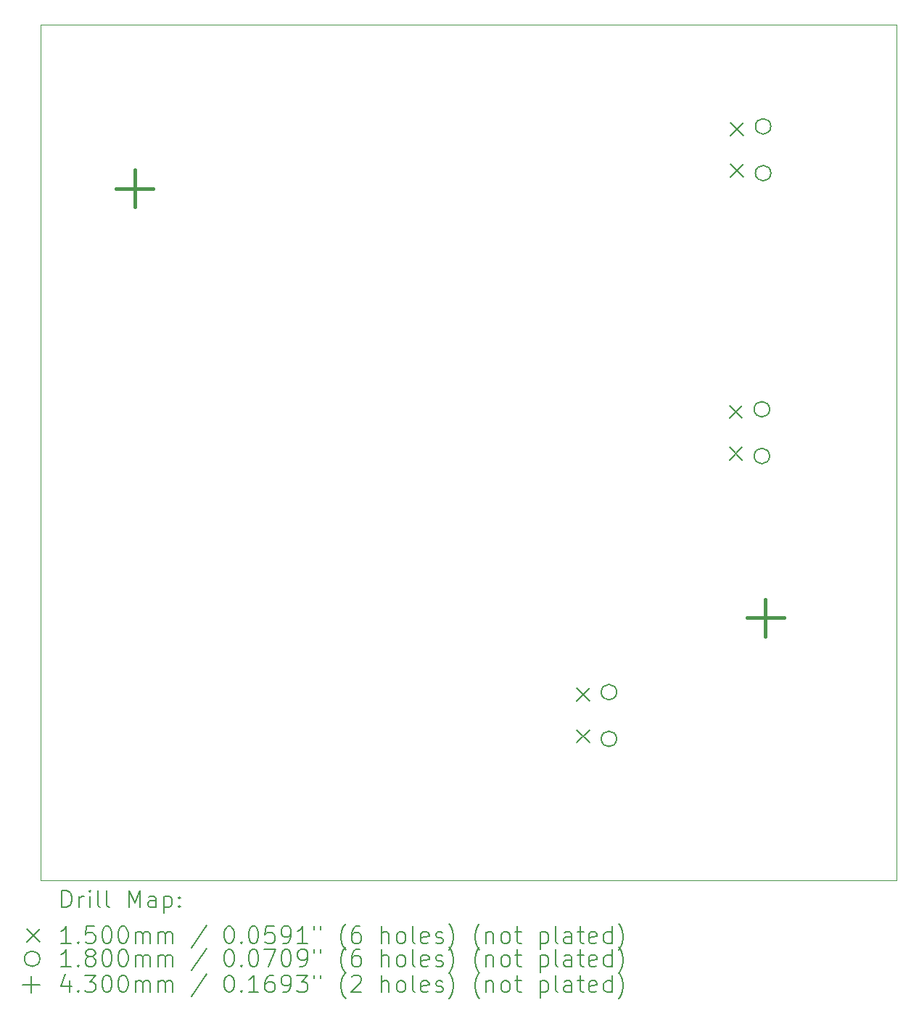
<source format=gbr>
%TF.GenerationSoftware,KiCad,Pcbnew,6.0.11-2627ca5db0~126~ubuntu22.04.1*%
%TF.CreationDate,2023-06-25T15:32:36+01:00*%
%TF.ProjectId,srom,73726f6d-2e6b-4696-9361-645f70636258,v1.3 to v1.4*%
%TF.SameCoordinates,Original*%
%TF.FileFunction,Drillmap*%
%TF.FilePolarity,Positive*%
%FSLAX45Y45*%
G04 Gerber Fmt 4.5, Leading zero omitted, Abs format (unit mm)*
G04 Created by KiCad (PCBNEW 6.0.11-2627ca5db0~126~ubuntu22.04.1) date 2023-06-25 15:32:36*
%MOMM*%
%LPD*%
G01*
G04 APERTURE LIST*
%ADD10C,0.100000*%
%ADD11C,0.200000*%
%ADD12C,0.150000*%
%ADD13C,0.180000*%
%ADD14C,0.430000*%
G04 APERTURE END LIST*
D10*
X4542000Y-7022000D02*
X14538000Y-7022000D01*
X14538000Y-7022000D02*
X14538000Y-17007000D01*
X14538000Y-17007000D02*
X4542000Y-17007000D01*
X4542000Y-17007000D02*
X4542000Y-7022000D01*
D11*
D12*
X10801500Y-14766500D02*
X10951500Y-14916500D01*
X10951500Y-14766500D02*
X10801500Y-14916500D01*
X10801500Y-15251500D02*
X10951500Y-15401500D01*
X10951500Y-15251500D02*
X10801500Y-15401500D01*
X12587000Y-11466500D02*
X12737000Y-11616500D01*
X12737000Y-11466500D02*
X12587000Y-11616500D01*
X12587000Y-11951500D02*
X12737000Y-12101500D01*
X12737000Y-11951500D02*
X12587000Y-12101500D01*
X12601500Y-8166500D02*
X12751500Y-8316500D01*
X12751500Y-8166500D02*
X12601500Y-8316500D01*
X12601500Y-8651500D02*
X12751500Y-8801500D01*
X12751500Y-8651500D02*
X12601500Y-8801500D01*
D13*
X11269500Y-14811500D02*
G75*
G03*
X11269500Y-14811500I-90000J0D01*
G01*
X11269500Y-15356500D02*
G75*
G03*
X11269500Y-15356500I-90000J0D01*
G01*
X13055000Y-11511500D02*
G75*
G03*
X13055000Y-11511500I-90000J0D01*
G01*
X13055000Y-12056500D02*
G75*
G03*
X13055000Y-12056500I-90000J0D01*
G01*
X13069500Y-8211500D02*
G75*
G03*
X13069500Y-8211500I-90000J0D01*
G01*
X13069500Y-8756500D02*
G75*
G03*
X13069500Y-8756500I-90000J0D01*
G01*
D14*
X5645000Y-8719000D02*
X5645000Y-9149000D01*
X5430000Y-8934000D02*
X5860000Y-8934000D01*
X13005000Y-13729000D02*
X13005000Y-14159000D01*
X12790000Y-13944000D02*
X13220000Y-13944000D01*
D11*
X4794619Y-17322476D02*
X4794619Y-17122476D01*
X4842238Y-17122476D01*
X4870810Y-17132000D01*
X4889857Y-17151048D01*
X4899381Y-17170095D01*
X4908905Y-17208190D01*
X4908905Y-17236762D01*
X4899381Y-17274857D01*
X4889857Y-17293905D01*
X4870810Y-17312952D01*
X4842238Y-17322476D01*
X4794619Y-17322476D01*
X4994619Y-17322476D02*
X4994619Y-17189143D01*
X4994619Y-17227238D02*
X5004143Y-17208190D01*
X5013667Y-17198667D01*
X5032714Y-17189143D01*
X5051762Y-17189143D01*
X5118429Y-17322476D02*
X5118429Y-17189143D01*
X5118429Y-17122476D02*
X5108905Y-17132000D01*
X5118429Y-17141524D01*
X5127952Y-17132000D01*
X5118429Y-17122476D01*
X5118429Y-17141524D01*
X5242238Y-17322476D02*
X5223190Y-17312952D01*
X5213667Y-17293905D01*
X5213667Y-17122476D01*
X5347000Y-17322476D02*
X5327952Y-17312952D01*
X5318429Y-17293905D01*
X5318429Y-17122476D01*
X5575571Y-17322476D02*
X5575571Y-17122476D01*
X5642238Y-17265333D01*
X5708905Y-17122476D01*
X5708905Y-17322476D01*
X5889857Y-17322476D02*
X5889857Y-17217714D01*
X5880333Y-17198667D01*
X5861286Y-17189143D01*
X5823190Y-17189143D01*
X5804143Y-17198667D01*
X5889857Y-17312952D02*
X5870809Y-17322476D01*
X5823190Y-17322476D01*
X5804143Y-17312952D01*
X5794619Y-17293905D01*
X5794619Y-17274857D01*
X5804143Y-17255810D01*
X5823190Y-17246286D01*
X5870809Y-17246286D01*
X5889857Y-17236762D01*
X5985095Y-17189143D02*
X5985095Y-17389143D01*
X5985095Y-17198667D02*
X6004143Y-17189143D01*
X6042238Y-17189143D01*
X6061286Y-17198667D01*
X6070809Y-17208190D01*
X6080333Y-17227238D01*
X6080333Y-17284381D01*
X6070809Y-17303429D01*
X6061286Y-17312952D01*
X6042238Y-17322476D01*
X6004143Y-17322476D01*
X5985095Y-17312952D01*
X6166048Y-17303429D02*
X6175571Y-17312952D01*
X6166048Y-17322476D01*
X6156524Y-17312952D01*
X6166048Y-17303429D01*
X6166048Y-17322476D01*
X6166048Y-17198667D02*
X6175571Y-17208190D01*
X6166048Y-17217714D01*
X6156524Y-17208190D01*
X6166048Y-17198667D01*
X6166048Y-17217714D01*
D12*
X4387000Y-17577000D02*
X4537000Y-17727000D01*
X4537000Y-17577000D02*
X4387000Y-17727000D01*
D11*
X4899381Y-17742476D02*
X4785095Y-17742476D01*
X4842238Y-17742476D02*
X4842238Y-17542476D01*
X4823190Y-17571048D01*
X4804143Y-17590095D01*
X4785095Y-17599619D01*
X4985095Y-17723429D02*
X4994619Y-17732952D01*
X4985095Y-17742476D01*
X4975571Y-17732952D01*
X4985095Y-17723429D01*
X4985095Y-17742476D01*
X5175571Y-17542476D02*
X5080333Y-17542476D01*
X5070810Y-17637714D01*
X5080333Y-17628190D01*
X5099381Y-17618667D01*
X5147000Y-17618667D01*
X5166048Y-17628190D01*
X5175571Y-17637714D01*
X5185095Y-17656762D01*
X5185095Y-17704381D01*
X5175571Y-17723429D01*
X5166048Y-17732952D01*
X5147000Y-17742476D01*
X5099381Y-17742476D01*
X5080333Y-17732952D01*
X5070810Y-17723429D01*
X5308905Y-17542476D02*
X5327952Y-17542476D01*
X5347000Y-17552000D01*
X5356524Y-17561524D01*
X5366048Y-17580571D01*
X5375571Y-17618667D01*
X5375571Y-17666286D01*
X5366048Y-17704381D01*
X5356524Y-17723429D01*
X5347000Y-17732952D01*
X5327952Y-17742476D01*
X5308905Y-17742476D01*
X5289857Y-17732952D01*
X5280333Y-17723429D01*
X5270810Y-17704381D01*
X5261286Y-17666286D01*
X5261286Y-17618667D01*
X5270810Y-17580571D01*
X5280333Y-17561524D01*
X5289857Y-17552000D01*
X5308905Y-17542476D01*
X5499381Y-17542476D02*
X5518429Y-17542476D01*
X5537476Y-17552000D01*
X5547000Y-17561524D01*
X5556524Y-17580571D01*
X5566048Y-17618667D01*
X5566048Y-17666286D01*
X5556524Y-17704381D01*
X5547000Y-17723429D01*
X5537476Y-17732952D01*
X5518429Y-17742476D01*
X5499381Y-17742476D01*
X5480333Y-17732952D01*
X5470810Y-17723429D01*
X5461286Y-17704381D01*
X5451762Y-17666286D01*
X5451762Y-17618667D01*
X5461286Y-17580571D01*
X5470810Y-17561524D01*
X5480333Y-17552000D01*
X5499381Y-17542476D01*
X5651762Y-17742476D02*
X5651762Y-17609143D01*
X5651762Y-17628190D02*
X5661286Y-17618667D01*
X5680333Y-17609143D01*
X5708905Y-17609143D01*
X5727952Y-17618667D01*
X5737476Y-17637714D01*
X5737476Y-17742476D01*
X5737476Y-17637714D02*
X5747000Y-17618667D01*
X5766048Y-17609143D01*
X5794619Y-17609143D01*
X5813667Y-17618667D01*
X5823190Y-17637714D01*
X5823190Y-17742476D01*
X5918428Y-17742476D02*
X5918428Y-17609143D01*
X5918428Y-17628190D02*
X5927952Y-17618667D01*
X5947000Y-17609143D01*
X5975571Y-17609143D01*
X5994619Y-17618667D01*
X6004143Y-17637714D01*
X6004143Y-17742476D01*
X6004143Y-17637714D02*
X6013667Y-17618667D01*
X6032714Y-17609143D01*
X6061286Y-17609143D01*
X6080333Y-17618667D01*
X6089857Y-17637714D01*
X6089857Y-17742476D01*
X6480333Y-17532952D02*
X6308905Y-17790095D01*
X6737476Y-17542476D02*
X6756524Y-17542476D01*
X6775571Y-17552000D01*
X6785095Y-17561524D01*
X6794619Y-17580571D01*
X6804143Y-17618667D01*
X6804143Y-17666286D01*
X6794619Y-17704381D01*
X6785095Y-17723429D01*
X6775571Y-17732952D01*
X6756524Y-17742476D01*
X6737476Y-17742476D01*
X6718428Y-17732952D01*
X6708905Y-17723429D01*
X6699381Y-17704381D01*
X6689857Y-17666286D01*
X6689857Y-17618667D01*
X6699381Y-17580571D01*
X6708905Y-17561524D01*
X6718428Y-17552000D01*
X6737476Y-17542476D01*
X6889857Y-17723429D02*
X6899381Y-17732952D01*
X6889857Y-17742476D01*
X6880333Y-17732952D01*
X6889857Y-17723429D01*
X6889857Y-17742476D01*
X7023190Y-17542476D02*
X7042238Y-17542476D01*
X7061286Y-17552000D01*
X7070809Y-17561524D01*
X7080333Y-17580571D01*
X7089857Y-17618667D01*
X7089857Y-17666286D01*
X7080333Y-17704381D01*
X7070809Y-17723429D01*
X7061286Y-17732952D01*
X7042238Y-17742476D01*
X7023190Y-17742476D01*
X7004143Y-17732952D01*
X6994619Y-17723429D01*
X6985095Y-17704381D01*
X6975571Y-17666286D01*
X6975571Y-17618667D01*
X6985095Y-17580571D01*
X6994619Y-17561524D01*
X7004143Y-17552000D01*
X7023190Y-17542476D01*
X7270809Y-17542476D02*
X7175571Y-17542476D01*
X7166048Y-17637714D01*
X7175571Y-17628190D01*
X7194619Y-17618667D01*
X7242238Y-17618667D01*
X7261286Y-17628190D01*
X7270809Y-17637714D01*
X7280333Y-17656762D01*
X7280333Y-17704381D01*
X7270809Y-17723429D01*
X7261286Y-17732952D01*
X7242238Y-17742476D01*
X7194619Y-17742476D01*
X7175571Y-17732952D01*
X7166048Y-17723429D01*
X7375571Y-17742476D02*
X7413667Y-17742476D01*
X7432714Y-17732952D01*
X7442238Y-17723429D01*
X7461286Y-17694857D01*
X7470809Y-17656762D01*
X7470809Y-17580571D01*
X7461286Y-17561524D01*
X7451762Y-17552000D01*
X7432714Y-17542476D01*
X7394619Y-17542476D01*
X7375571Y-17552000D01*
X7366048Y-17561524D01*
X7356524Y-17580571D01*
X7356524Y-17628190D01*
X7366048Y-17647238D01*
X7375571Y-17656762D01*
X7394619Y-17666286D01*
X7432714Y-17666286D01*
X7451762Y-17656762D01*
X7461286Y-17647238D01*
X7470809Y-17628190D01*
X7661286Y-17742476D02*
X7547000Y-17742476D01*
X7604143Y-17742476D02*
X7604143Y-17542476D01*
X7585095Y-17571048D01*
X7566048Y-17590095D01*
X7547000Y-17599619D01*
X7737476Y-17542476D02*
X7737476Y-17580571D01*
X7813667Y-17542476D02*
X7813667Y-17580571D01*
X8108905Y-17818667D02*
X8099381Y-17809143D01*
X8080333Y-17780571D01*
X8070809Y-17761524D01*
X8061286Y-17732952D01*
X8051762Y-17685333D01*
X8051762Y-17647238D01*
X8061286Y-17599619D01*
X8070809Y-17571048D01*
X8080333Y-17552000D01*
X8099381Y-17523429D01*
X8108905Y-17513905D01*
X8270809Y-17542476D02*
X8232714Y-17542476D01*
X8213667Y-17552000D01*
X8204143Y-17561524D01*
X8185095Y-17590095D01*
X8175571Y-17628190D01*
X8175571Y-17704381D01*
X8185095Y-17723429D01*
X8194619Y-17732952D01*
X8213667Y-17742476D01*
X8251762Y-17742476D01*
X8270809Y-17732952D01*
X8280333Y-17723429D01*
X8289857Y-17704381D01*
X8289857Y-17656762D01*
X8280333Y-17637714D01*
X8270809Y-17628190D01*
X8251762Y-17618667D01*
X8213667Y-17618667D01*
X8194619Y-17628190D01*
X8185095Y-17637714D01*
X8175571Y-17656762D01*
X8527952Y-17742476D02*
X8527952Y-17542476D01*
X8613667Y-17742476D02*
X8613667Y-17637714D01*
X8604143Y-17618667D01*
X8585095Y-17609143D01*
X8556524Y-17609143D01*
X8537476Y-17618667D01*
X8527952Y-17628190D01*
X8737476Y-17742476D02*
X8718429Y-17732952D01*
X8708905Y-17723429D01*
X8699381Y-17704381D01*
X8699381Y-17647238D01*
X8708905Y-17628190D01*
X8718429Y-17618667D01*
X8737476Y-17609143D01*
X8766048Y-17609143D01*
X8785095Y-17618667D01*
X8794619Y-17628190D01*
X8804143Y-17647238D01*
X8804143Y-17704381D01*
X8794619Y-17723429D01*
X8785095Y-17732952D01*
X8766048Y-17742476D01*
X8737476Y-17742476D01*
X8918429Y-17742476D02*
X8899381Y-17732952D01*
X8889857Y-17713905D01*
X8889857Y-17542476D01*
X9070810Y-17732952D02*
X9051762Y-17742476D01*
X9013667Y-17742476D01*
X8994619Y-17732952D01*
X8985095Y-17713905D01*
X8985095Y-17637714D01*
X8994619Y-17618667D01*
X9013667Y-17609143D01*
X9051762Y-17609143D01*
X9070810Y-17618667D01*
X9080333Y-17637714D01*
X9080333Y-17656762D01*
X8985095Y-17675810D01*
X9156524Y-17732952D02*
X9175571Y-17742476D01*
X9213667Y-17742476D01*
X9232714Y-17732952D01*
X9242238Y-17713905D01*
X9242238Y-17704381D01*
X9232714Y-17685333D01*
X9213667Y-17675810D01*
X9185095Y-17675810D01*
X9166048Y-17666286D01*
X9156524Y-17647238D01*
X9156524Y-17637714D01*
X9166048Y-17618667D01*
X9185095Y-17609143D01*
X9213667Y-17609143D01*
X9232714Y-17618667D01*
X9308905Y-17818667D02*
X9318429Y-17809143D01*
X9337476Y-17780571D01*
X9347000Y-17761524D01*
X9356524Y-17732952D01*
X9366048Y-17685333D01*
X9366048Y-17647238D01*
X9356524Y-17599619D01*
X9347000Y-17571048D01*
X9337476Y-17552000D01*
X9318429Y-17523429D01*
X9308905Y-17513905D01*
X9670810Y-17818667D02*
X9661286Y-17809143D01*
X9642238Y-17780571D01*
X9632714Y-17761524D01*
X9623190Y-17732952D01*
X9613667Y-17685333D01*
X9613667Y-17647238D01*
X9623190Y-17599619D01*
X9632714Y-17571048D01*
X9642238Y-17552000D01*
X9661286Y-17523429D01*
X9670810Y-17513905D01*
X9747000Y-17609143D02*
X9747000Y-17742476D01*
X9747000Y-17628190D02*
X9756524Y-17618667D01*
X9775571Y-17609143D01*
X9804143Y-17609143D01*
X9823190Y-17618667D01*
X9832714Y-17637714D01*
X9832714Y-17742476D01*
X9956524Y-17742476D02*
X9937476Y-17732952D01*
X9927952Y-17723429D01*
X9918429Y-17704381D01*
X9918429Y-17647238D01*
X9927952Y-17628190D01*
X9937476Y-17618667D01*
X9956524Y-17609143D01*
X9985095Y-17609143D01*
X10004143Y-17618667D01*
X10013667Y-17628190D01*
X10023190Y-17647238D01*
X10023190Y-17704381D01*
X10013667Y-17723429D01*
X10004143Y-17732952D01*
X9985095Y-17742476D01*
X9956524Y-17742476D01*
X10080333Y-17609143D02*
X10156524Y-17609143D01*
X10108905Y-17542476D02*
X10108905Y-17713905D01*
X10118429Y-17732952D01*
X10137476Y-17742476D01*
X10156524Y-17742476D01*
X10375571Y-17609143D02*
X10375571Y-17809143D01*
X10375571Y-17618667D02*
X10394619Y-17609143D01*
X10432714Y-17609143D01*
X10451762Y-17618667D01*
X10461286Y-17628190D01*
X10470810Y-17647238D01*
X10470810Y-17704381D01*
X10461286Y-17723429D01*
X10451762Y-17732952D01*
X10432714Y-17742476D01*
X10394619Y-17742476D01*
X10375571Y-17732952D01*
X10585095Y-17742476D02*
X10566048Y-17732952D01*
X10556524Y-17713905D01*
X10556524Y-17542476D01*
X10747000Y-17742476D02*
X10747000Y-17637714D01*
X10737476Y-17618667D01*
X10718429Y-17609143D01*
X10680333Y-17609143D01*
X10661286Y-17618667D01*
X10747000Y-17732952D02*
X10727952Y-17742476D01*
X10680333Y-17742476D01*
X10661286Y-17732952D01*
X10651762Y-17713905D01*
X10651762Y-17694857D01*
X10661286Y-17675810D01*
X10680333Y-17666286D01*
X10727952Y-17666286D01*
X10747000Y-17656762D01*
X10813667Y-17609143D02*
X10889857Y-17609143D01*
X10842238Y-17542476D02*
X10842238Y-17713905D01*
X10851762Y-17732952D01*
X10870810Y-17742476D01*
X10889857Y-17742476D01*
X11032714Y-17732952D02*
X11013667Y-17742476D01*
X10975571Y-17742476D01*
X10956524Y-17732952D01*
X10947000Y-17713905D01*
X10947000Y-17637714D01*
X10956524Y-17618667D01*
X10975571Y-17609143D01*
X11013667Y-17609143D01*
X11032714Y-17618667D01*
X11042238Y-17637714D01*
X11042238Y-17656762D01*
X10947000Y-17675810D01*
X11213667Y-17742476D02*
X11213667Y-17542476D01*
X11213667Y-17732952D02*
X11194619Y-17742476D01*
X11156524Y-17742476D01*
X11137476Y-17732952D01*
X11127952Y-17723429D01*
X11118429Y-17704381D01*
X11118429Y-17647238D01*
X11127952Y-17628190D01*
X11137476Y-17618667D01*
X11156524Y-17609143D01*
X11194619Y-17609143D01*
X11213667Y-17618667D01*
X11289857Y-17818667D02*
X11299381Y-17809143D01*
X11318428Y-17780571D01*
X11327952Y-17761524D01*
X11337476Y-17732952D01*
X11347000Y-17685333D01*
X11347000Y-17647238D01*
X11337476Y-17599619D01*
X11327952Y-17571048D01*
X11318428Y-17552000D01*
X11299381Y-17523429D01*
X11289857Y-17513905D01*
D13*
X4537000Y-17922000D02*
G75*
G03*
X4537000Y-17922000I-90000J0D01*
G01*
D11*
X4899381Y-18012476D02*
X4785095Y-18012476D01*
X4842238Y-18012476D02*
X4842238Y-17812476D01*
X4823190Y-17841048D01*
X4804143Y-17860095D01*
X4785095Y-17869619D01*
X4985095Y-17993429D02*
X4994619Y-18002952D01*
X4985095Y-18012476D01*
X4975571Y-18002952D01*
X4985095Y-17993429D01*
X4985095Y-18012476D01*
X5108905Y-17898190D02*
X5089857Y-17888667D01*
X5080333Y-17879143D01*
X5070810Y-17860095D01*
X5070810Y-17850571D01*
X5080333Y-17831524D01*
X5089857Y-17822000D01*
X5108905Y-17812476D01*
X5147000Y-17812476D01*
X5166048Y-17822000D01*
X5175571Y-17831524D01*
X5185095Y-17850571D01*
X5185095Y-17860095D01*
X5175571Y-17879143D01*
X5166048Y-17888667D01*
X5147000Y-17898190D01*
X5108905Y-17898190D01*
X5089857Y-17907714D01*
X5080333Y-17917238D01*
X5070810Y-17936286D01*
X5070810Y-17974381D01*
X5080333Y-17993429D01*
X5089857Y-18002952D01*
X5108905Y-18012476D01*
X5147000Y-18012476D01*
X5166048Y-18002952D01*
X5175571Y-17993429D01*
X5185095Y-17974381D01*
X5185095Y-17936286D01*
X5175571Y-17917238D01*
X5166048Y-17907714D01*
X5147000Y-17898190D01*
X5308905Y-17812476D02*
X5327952Y-17812476D01*
X5347000Y-17822000D01*
X5356524Y-17831524D01*
X5366048Y-17850571D01*
X5375571Y-17888667D01*
X5375571Y-17936286D01*
X5366048Y-17974381D01*
X5356524Y-17993429D01*
X5347000Y-18002952D01*
X5327952Y-18012476D01*
X5308905Y-18012476D01*
X5289857Y-18002952D01*
X5280333Y-17993429D01*
X5270810Y-17974381D01*
X5261286Y-17936286D01*
X5261286Y-17888667D01*
X5270810Y-17850571D01*
X5280333Y-17831524D01*
X5289857Y-17822000D01*
X5308905Y-17812476D01*
X5499381Y-17812476D02*
X5518429Y-17812476D01*
X5537476Y-17822000D01*
X5547000Y-17831524D01*
X5556524Y-17850571D01*
X5566048Y-17888667D01*
X5566048Y-17936286D01*
X5556524Y-17974381D01*
X5547000Y-17993429D01*
X5537476Y-18002952D01*
X5518429Y-18012476D01*
X5499381Y-18012476D01*
X5480333Y-18002952D01*
X5470810Y-17993429D01*
X5461286Y-17974381D01*
X5451762Y-17936286D01*
X5451762Y-17888667D01*
X5461286Y-17850571D01*
X5470810Y-17831524D01*
X5480333Y-17822000D01*
X5499381Y-17812476D01*
X5651762Y-18012476D02*
X5651762Y-17879143D01*
X5651762Y-17898190D02*
X5661286Y-17888667D01*
X5680333Y-17879143D01*
X5708905Y-17879143D01*
X5727952Y-17888667D01*
X5737476Y-17907714D01*
X5737476Y-18012476D01*
X5737476Y-17907714D02*
X5747000Y-17888667D01*
X5766048Y-17879143D01*
X5794619Y-17879143D01*
X5813667Y-17888667D01*
X5823190Y-17907714D01*
X5823190Y-18012476D01*
X5918428Y-18012476D02*
X5918428Y-17879143D01*
X5918428Y-17898190D02*
X5927952Y-17888667D01*
X5947000Y-17879143D01*
X5975571Y-17879143D01*
X5994619Y-17888667D01*
X6004143Y-17907714D01*
X6004143Y-18012476D01*
X6004143Y-17907714D02*
X6013667Y-17888667D01*
X6032714Y-17879143D01*
X6061286Y-17879143D01*
X6080333Y-17888667D01*
X6089857Y-17907714D01*
X6089857Y-18012476D01*
X6480333Y-17802952D02*
X6308905Y-18060095D01*
X6737476Y-17812476D02*
X6756524Y-17812476D01*
X6775571Y-17822000D01*
X6785095Y-17831524D01*
X6794619Y-17850571D01*
X6804143Y-17888667D01*
X6804143Y-17936286D01*
X6794619Y-17974381D01*
X6785095Y-17993429D01*
X6775571Y-18002952D01*
X6756524Y-18012476D01*
X6737476Y-18012476D01*
X6718428Y-18002952D01*
X6708905Y-17993429D01*
X6699381Y-17974381D01*
X6689857Y-17936286D01*
X6689857Y-17888667D01*
X6699381Y-17850571D01*
X6708905Y-17831524D01*
X6718428Y-17822000D01*
X6737476Y-17812476D01*
X6889857Y-17993429D02*
X6899381Y-18002952D01*
X6889857Y-18012476D01*
X6880333Y-18002952D01*
X6889857Y-17993429D01*
X6889857Y-18012476D01*
X7023190Y-17812476D02*
X7042238Y-17812476D01*
X7061286Y-17822000D01*
X7070809Y-17831524D01*
X7080333Y-17850571D01*
X7089857Y-17888667D01*
X7089857Y-17936286D01*
X7080333Y-17974381D01*
X7070809Y-17993429D01*
X7061286Y-18002952D01*
X7042238Y-18012476D01*
X7023190Y-18012476D01*
X7004143Y-18002952D01*
X6994619Y-17993429D01*
X6985095Y-17974381D01*
X6975571Y-17936286D01*
X6975571Y-17888667D01*
X6985095Y-17850571D01*
X6994619Y-17831524D01*
X7004143Y-17822000D01*
X7023190Y-17812476D01*
X7156524Y-17812476D02*
X7289857Y-17812476D01*
X7204143Y-18012476D01*
X7404143Y-17812476D02*
X7423190Y-17812476D01*
X7442238Y-17822000D01*
X7451762Y-17831524D01*
X7461286Y-17850571D01*
X7470809Y-17888667D01*
X7470809Y-17936286D01*
X7461286Y-17974381D01*
X7451762Y-17993429D01*
X7442238Y-18002952D01*
X7423190Y-18012476D01*
X7404143Y-18012476D01*
X7385095Y-18002952D01*
X7375571Y-17993429D01*
X7366048Y-17974381D01*
X7356524Y-17936286D01*
X7356524Y-17888667D01*
X7366048Y-17850571D01*
X7375571Y-17831524D01*
X7385095Y-17822000D01*
X7404143Y-17812476D01*
X7566048Y-18012476D02*
X7604143Y-18012476D01*
X7623190Y-18002952D01*
X7632714Y-17993429D01*
X7651762Y-17964857D01*
X7661286Y-17926762D01*
X7661286Y-17850571D01*
X7651762Y-17831524D01*
X7642238Y-17822000D01*
X7623190Y-17812476D01*
X7585095Y-17812476D01*
X7566048Y-17822000D01*
X7556524Y-17831524D01*
X7547000Y-17850571D01*
X7547000Y-17898190D01*
X7556524Y-17917238D01*
X7566048Y-17926762D01*
X7585095Y-17936286D01*
X7623190Y-17936286D01*
X7642238Y-17926762D01*
X7651762Y-17917238D01*
X7661286Y-17898190D01*
X7737476Y-17812476D02*
X7737476Y-17850571D01*
X7813667Y-17812476D02*
X7813667Y-17850571D01*
X8108905Y-18088667D02*
X8099381Y-18079143D01*
X8080333Y-18050571D01*
X8070809Y-18031524D01*
X8061286Y-18002952D01*
X8051762Y-17955333D01*
X8051762Y-17917238D01*
X8061286Y-17869619D01*
X8070809Y-17841048D01*
X8080333Y-17822000D01*
X8099381Y-17793429D01*
X8108905Y-17783905D01*
X8270809Y-17812476D02*
X8232714Y-17812476D01*
X8213667Y-17822000D01*
X8204143Y-17831524D01*
X8185095Y-17860095D01*
X8175571Y-17898190D01*
X8175571Y-17974381D01*
X8185095Y-17993429D01*
X8194619Y-18002952D01*
X8213667Y-18012476D01*
X8251762Y-18012476D01*
X8270809Y-18002952D01*
X8280333Y-17993429D01*
X8289857Y-17974381D01*
X8289857Y-17926762D01*
X8280333Y-17907714D01*
X8270809Y-17898190D01*
X8251762Y-17888667D01*
X8213667Y-17888667D01*
X8194619Y-17898190D01*
X8185095Y-17907714D01*
X8175571Y-17926762D01*
X8527952Y-18012476D02*
X8527952Y-17812476D01*
X8613667Y-18012476D02*
X8613667Y-17907714D01*
X8604143Y-17888667D01*
X8585095Y-17879143D01*
X8556524Y-17879143D01*
X8537476Y-17888667D01*
X8527952Y-17898190D01*
X8737476Y-18012476D02*
X8718429Y-18002952D01*
X8708905Y-17993429D01*
X8699381Y-17974381D01*
X8699381Y-17917238D01*
X8708905Y-17898190D01*
X8718429Y-17888667D01*
X8737476Y-17879143D01*
X8766048Y-17879143D01*
X8785095Y-17888667D01*
X8794619Y-17898190D01*
X8804143Y-17917238D01*
X8804143Y-17974381D01*
X8794619Y-17993429D01*
X8785095Y-18002952D01*
X8766048Y-18012476D01*
X8737476Y-18012476D01*
X8918429Y-18012476D02*
X8899381Y-18002952D01*
X8889857Y-17983905D01*
X8889857Y-17812476D01*
X9070810Y-18002952D02*
X9051762Y-18012476D01*
X9013667Y-18012476D01*
X8994619Y-18002952D01*
X8985095Y-17983905D01*
X8985095Y-17907714D01*
X8994619Y-17888667D01*
X9013667Y-17879143D01*
X9051762Y-17879143D01*
X9070810Y-17888667D01*
X9080333Y-17907714D01*
X9080333Y-17926762D01*
X8985095Y-17945810D01*
X9156524Y-18002952D02*
X9175571Y-18012476D01*
X9213667Y-18012476D01*
X9232714Y-18002952D01*
X9242238Y-17983905D01*
X9242238Y-17974381D01*
X9232714Y-17955333D01*
X9213667Y-17945810D01*
X9185095Y-17945810D01*
X9166048Y-17936286D01*
X9156524Y-17917238D01*
X9156524Y-17907714D01*
X9166048Y-17888667D01*
X9185095Y-17879143D01*
X9213667Y-17879143D01*
X9232714Y-17888667D01*
X9308905Y-18088667D02*
X9318429Y-18079143D01*
X9337476Y-18050571D01*
X9347000Y-18031524D01*
X9356524Y-18002952D01*
X9366048Y-17955333D01*
X9366048Y-17917238D01*
X9356524Y-17869619D01*
X9347000Y-17841048D01*
X9337476Y-17822000D01*
X9318429Y-17793429D01*
X9308905Y-17783905D01*
X9670810Y-18088667D02*
X9661286Y-18079143D01*
X9642238Y-18050571D01*
X9632714Y-18031524D01*
X9623190Y-18002952D01*
X9613667Y-17955333D01*
X9613667Y-17917238D01*
X9623190Y-17869619D01*
X9632714Y-17841048D01*
X9642238Y-17822000D01*
X9661286Y-17793429D01*
X9670810Y-17783905D01*
X9747000Y-17879143D02*
X9747000Y-18012476D01*
X9747000Y-17898190D02*
X9756524Y-17888667D01*
X9775571Y-17879143D01*
X9804143Y-17879143D01*
X9823190Y-17888667D01*
X9832714Y-17907714D01*
X9832714Y-18012476D01*
X9956524Y-18012476D02*
X9937476Y-18002952D01*
X9927952Y-17993429D01*
X9918429Y-17974381D01*
X9918429Y-17917238D01*
X9927952Y-17898190D01*
X9937476Y-17888667D01*
X9956524Y-17879143D01*
X9985095Y-17879143D01*
X10004143Y-17888667D01*
X10013667Y-17898190D01*
X10023190Y-17917238D01*
X10023190Y-17974381D01*
X10013667Y-17993429D01*
X10004143Y-18002952D01*
X9985095Y-18012476D01*
X9956524Y-18012476D01*
X10080333Y-17879143D02*
X10156524Y-17879143D01*
X10108905Y-17812476D02*
X10108905Y-17983905D01*
X10118429Y-18002952D01*
X10137476Y-18012476D01*
X10156524Y-18012476D01*
X10375571Y-17879143D02*
X10375571Y-18079143D01*
X10375571Y-17888667D02*
X10394619Y-17879143D01*
X10432714Y-17879143D01*
X10451762Y-17888667D01*
X10461286Y-17898190D01*
X10470810Y-17917238D01*
X10470810Y-17974381D01*
X10461286Y-17993429D01*
X10451762Y-18002952D01*
X10432714Y-18012476D01*
X10394619Y-18012476D01*
X10375571Y-18002952D01*
X10585095Y-18012476D02*
X10566048Y-18002952D01*
X10556524Y-17983905D01*
X10556524Y-17812476D01*
X10747000Y-18012476D02*
X10747000Y-17907714D01*
X10737476Y-17888667D01*
X10718429Y-17879143D01*
X10680333Y-17879143D01*
X10661286Y-17888667D01*
X10747000Y-18002952D02*
X10727952Y-18012476D01*
X10680333Y-18012476D01*
X10661286Y-18002952D01*
X10651762Y-17983905D01*
X10651762Y-17964857D01*
X10661286Y-17945810D01*
X10680333Y-17936286D01*
X10727952Y-17936286D01*
X10747000Y-17926762D01*
X10813667Y-17879143D02*
X10889857Y-17879143D01*
X10842238Y-17812476D02*
X10842238Y-17983905D01*
X10851762Y-18002952D01*
X10870810Y-18012476D01*
X10889857Y-18012476D01*
X11032714Y-18002952D02*
X11013667Y-18012476D01*
X10975571Y-18012476D01*
X10956524Y-18002952D01*
X10947000Y-17983905D01*
X10947000Y-17907714D01*
X10956524Y-17888667D01*
X10975571Y-17879143D01*
X11013667Y-17879143D01*
X11032714Y-17888667D01*
X11042238Y-17907714D01*
X11042238Y-17926762D01*
X10947000Y-17945810D01*
X11213667Y-18012476D02*
X11213667Y-17812476D01*
X11213667Y-18002952D02*
X11194619Y-18012476D01*
X11156524Y-18012476D01*
X11137476Y-18002952D01*
X11127952Y-17993429D01*
X11118429Y-17974381D01*
X11118429Y-17917238D01*
X11127952Y-17898190D01*
X11137476Y-17888667D01*
X11156524Y-17879143D01*
X11194619Y-17879143D01*
X11213667Y-17888667D01*
X11289857Y-18088667D02*
X11299381Y-18079143D01*
X11318428Y-18050571D01*
X11327952Y-18031524D01*
X11337476Y-18002952D01*
X11347000Y-17955333D01*
X11347000Y-17917238D01*
X11337476Y-17869619D01*
X11327952Y-17841048D01*
X11318428Y-17822000D01*
X11299381Y-17793429D01*
X11289857Y-17783905D01*
X4437000Y-18122000D02*
X4437000Y-18322000D01*
X4337000Y-18222000D02*
X4537000Y-18222000D01*
X4880333Y-18179143D02*
X4880333Y-18312476D01*
X4832714Y-18102952D02*
X4785095Y-18245810D01*
X4908905Y-18245810D01*
X4985095Y-18293429D02*
X4994619Y-18302952D01*
X4985095Y-18312476D01*
X4975571Y-18302952D01*
X4985095Y-18293429D01*
X4985095Y-18312476D01*
X5061286Y-18112476D02*
X5185095Y-18112476D01*
X5118429Y-18188667D01*
X5147000Y-18188667D01*
X5166048Y-18198190D01*
X5175571Y-18207714D01*
X5185095Y-18226762D01*
X5185095Y-18274381D01*
X5175571Y-18293429D01*
X5166048Y-18302952D01*
X5147000Y-18312476D01*
X5089857Y-18312476D01*
X5070810Y-18302952D01*
X5061286Y-18293429D01*
X5308905Y-18112476D02*
X5327952Y-18112476D01*
X5347000Y-18122000D01*
X5356524Y-18131524D01*
X5366048Y-18150571D01*
X5375571Y-18188667D01*
X5375571Y-18236286D01*
X5366048Y-18274381D01*
X5356524Y-18293429D01*
X5347000Y-18302952D01*
X5327952Y-18312476D01*
X5308905Y-18312476D01*
X5289857Y-18302952D01*
X5280333Y-18293429D01*
X5270810Y-18274381D01*
X5261286Y-18236286D01*
X5261286Y-18188667D01*
X5270810Y-18150571D01*
X5280333Y-18131524D01*
X5289857Y-18122000D01*
X5308905Y-18112476D01*
X5499381Y-18112476D02*
X5518429Y-18112476D01*
X5537476Y-18122000D01*
X5547000Y-18131524D01*
X5556524Y-18150571D01*
X5566048Y-18188667D01*
X5566048Y-18236286D01*
X5556524Y-18274381D01*
X5547000Y-18293429D01*
X5537476Y-18302952D01*
X5518429Y-18312476D01*
X5499381Y-18312476D01*
X5480333Y-18302952D01*
X5470810Y-18293429D01*
X5461286Y-18274381D01*
X5451762Y-18236286D01*
X5451762Y-18188667D01*
X5461286Y-18150571D01*
X5470810Y-18131524D01*
X5480333Y-18122000D01*
X5499381Y-18112476D01*
X5651762Y-18312476D02*
X5651762Y-18179143D01*
X5651762Y-18198190D02*
X5661286Y-18188667D01*
X5680333Y-18179143D01*
X5708905Y-18179143D01*
X5727952Y-18188667D01*
X5737476Y-18207714D01*
X5737476Y-18312476D01*
X5737476Y-18207714D02*
X5747000Y-18188667D01*
X5766048Y-18179143D01*
X5794619Y-18179143D01*
X5813667Y-18188667D01*
X5823190Y-18207714D01*
X5823190Y-18312476D01*
X5918428Y-18312476D02*
X5918428Y-18179143D01*
X5918428Y-18198190D02*
X5927952Y-18188667D01*
X5947000Y-18179143D01*
X5975571Y-18179143D01*
X5994619Y-18188667D01*
X6004143Y-18207714D01*
X6004143Y-18312476D01*
X6004143Y-18207714D02*
X6013667Y-18188667D01*
X6032714Y-18179143D01*
X6061286Y-18179143D01*
X6080333Y-18188667D01*
X6089857Y-18207714D01*
X6089857Y-18312476D01*
X6480333Y-18102952D02*
X6308905Y-18360095D01*
X6737476Y-18112476D02*
X6756524Y-18112476D01*
X6775571Y-18122000D01*
X6785095Y-18131524D01*
X6794619Y-18150571D01*
X6804143Y-18188667D01*
X6804143Y-18236286D01*
X6794619Y-18274381D01*
X6785095Y-18293429D01*
X6775571Y-18302952D01*
X6756524Y-18312476D01*
X6737476Y-18312476D01*
X6718428Y-18302952D01*
X6708905Y-18293429D01*
X6699381Y-18274381D01*
X6689857Y-18236286D01*
X6689857Y-18188667D01*
X6699381Y-18150571D01*
X6708905Y-18131524D01*
X6718428Y-18122000D01*
X6737476Y-18112476D01*
X6889857Y-18293429D02*
X6899381Y-18302952D01*
X6889857Y-18312476D01*
X6880333Y-18302952D01*
X6889857Y-18293429D01*
X6889857Y-18312476D01*
X7089857Y-18312476D02*
X6975571Y-18312476D01*
X7032714Y-18312476D02*
X7032714Y-18112476D01*
X7013667Y-18141048D01*
X6994619Y-18160095D01*
X6975571Y-18169619D01*
X7261286Y-18112476D02*
X7223190Y-18112476D01*
X7204143Y-18122000D01*
X7194619Y-18131524D01*
X7175571Y-18160095D01*
X7166048Y-18198190D01*
X7166048Y-18274381D01*
X7175571Y-18293429D01*
X7185095Y-18302952D01*
X7204143Y-18312476D01*
X7242238Y-18312476D01*
X7261286Y-18302952D01*
X7270809Y-18293429D01*
X7280333Y-18274381D01*
X7280333Y-18226762D01*
X7270809Y-18207714D01*
X7261286Y-18198190D01*
X7242238Y-18188667D01*
X7204143Y-18188667D01*
X7185095Y-18198190D01*
X7175571Y-18207714D01*
X7166048Y-18226762D01*
X7375571Y-18312476D02*
X7413667Y-18312476D01*
X7432714Y-18302952D01*
X7442238Y-18293429D01*
X7461286Y-18264857D01*
X7470809Y-18226762D01*
X7470809Y-18150571D01*
X7461286Y-18131524D01*
X7451762Y-18122000D01*
X7432714Y-18112476D01*
X7394619Y-18112476D01*
X7375571Y-18122000D01*
X7366048Y-18131524D01*
X7356524Y-18150571D01*
X7356524Y-18198190D01*
X7366048Y-18217238D01*
X7375571Y-18226762D01*
X7394619Y-18236286D01*
X7432714Y-18236286D01*
X7451762Y-18226762D01*
X7461286Y-18217238D01*
X7470809Y-18198190D01*
X7537476Y-18112476D02*
X7661286Y-18112476D01*
X7594619Y-18188667D01*
X7623190Y-18188667D01*
X7642238Y-18198190D01*
X7651762Y-18207714D01*
X7661286Y-18226762D01*
X7661286Y-18274381D01*
X7651762Y-18293429D01*
X7642238Y-18302952D01*
X7623190Y-18312476D01*
X7566048Y-18312476D01*
X7547000Y-18302952D01*
X7537476Y-18293429D01*
X7737476Y-18112476D02*
X7737476Y-18150571D01*
X7813667Y-18112476D02*
X7813667Y-18150571D01*
X8108905Y-18388667D02*
X8099381Y-18379143D01*
X8080333Y-18350571D01*
X8070809Y-18331524D01*
X8061286Y-18302952D01*
X8051762Y-18255333D01*
X8051762Y-18217238D01*
X8061286Y-18169619D01*
X8070809Y-18141048D01*
X8080333Y-18122000D01*
X8099381Y-18093429D01*
X8108905Y-18083905D01*
X8175571Y-18131524D02*
X8185095Y-18122000D01*
X8204143Y-18112476D01*
X8251762Y-18112476D01*
X8270809Y-18122000D01*
X8280333Y-18131524D01*
X8289857Y-18150571D01*
X8289857Y-18169619D01*
X8280333Y-18198190D01*
X8166048Y-18312476D01*
X8289857Y-18312476D01*
X8527952Y-18312476D02*
X8527952Y-18112476D01*
X8613667Y-18312476D02*
X8613667Y-18207714D01*
X8604143Y-18188667D01*
X8585095Y-18179143D01*
X8556524Y-18179143D01*
X8537476Y-18188667D01*
X8527952Y-18198190D01*
X8737476Y-18312476D02*
X8718429Y-18302952D01*
X8708905Y-18293429D01*
X8699381Y-18274381D01*
X8699381Y-18217238D01*
X8708905Y-18198190D01*
X8718429Y-18188667D01*
X8737476Y-18179143D01*
X8766048Y-18179143D01*
X8785095Y-18188667D01*
X8794619Y-18198190D01*
X8804143Y-18217238D01*
X8804143Y-18274381D01*
X8794619Y-18293429D01*
X8785095Y-18302952D01*
X8766048Y-18312476D01*
X8737476Y-18312476D01*
X8918429Y-18312476D02*
X8899381Y-18302952D01*
X8889857Y-18283905D01*
X8889857Y-18112476D01*
X9070810Y-18302952D02*
X9051762Y-18312476D01*
X9013667Y-18312476D01*
X8994619Y-18302952D01*
X8985095Y-18283905D01*
X8985095Y-18207714D01*
X8994619Y-18188667D01*
X9013667Y-18179143D01*
X9051762Y-18179143D01*
X9070810Y-18188667D01*
X9080333Y-18207714D01*
X9080333Y-18226762D01*
X8985095Y-18245810D01*
X9156524Y-18302952D02*
X9175571Y-18312476D01*
X9213667Y-18312476D01*
X9232714Y-18302952D01*
X9242238Y-18283905D01*
X9242238Y-18274381D01*
X9232714Y-18255333D01*
X9213667Y-18245810D01*
X9185095Y-18245810D01*
X9166048Y-18236286D01*
X9156524Y-18217238D01*
X9156524Y-18207714D01*
X9166048Y-18188667D01*
X9185095Y-18179143D01*
X9213667Y-18179143D01*
X9232714Y-18188667D01*
X9308905Y-18388667D02*
X9318429Y-18379143D01*
X9337476Y-18350571D01*
X9347000Y-18331524D01*
X9356524Y-18302952D01*
X9366048Y-18255333D01*
X9366048Y-18217238D01*
X9356524Y-18169619D01*
X9347000Y-18141048D01*
X9337476Y-18122000D01*
X9318429Y-18093429D01*
X9308905Y-18083905D01*
X9670810Y-18388667D02*
X9661286Y-18379143D01*
X9642238Y-18350571D01*
X9632714Y-18331524D01*
X9623190Y-18302952D01*
X9613667Y-18255333D01*
X9613667Y-18217238D01*
X9623190Y-18169619D01*
X9632714Y-18141048D01*
X9642238Y-18122000D01*
X9661286Y-18093429D01*
X9670810Y-18083905D01*
X9747000Y-18179143D02*
X9747000Y-18312476D01*
X9747000Y-18198190D02*
X9756524Y-18188667D01*
X9775571Y-18179143D01*
X9804143Y-18179143D01*
X9823190Y-18188667D01*
X9832714Y-18207714D01*
X9832714Y-18312476D01*
X9956524Y-18312476D02*
X9937476Y-18302952D01*
X9927952Y-18293429D01*
X9918429Y-18274381D01*
X9918429Y-18217238D01*
X9927952Y-18198190D01*
X9937476Y-18188667D01*
X9956524Y-18179143D01*
X9985095Y-18179143D01*
X10004143Y-18188667D01*
X10013667Y-18198190D01*
X10023190Y-18217238D01*
X10023190Y-18274381D01*
X10013667Y-18293429D01*
X10004143Y-18302952D01*
X9985095Y-18312476D01*
X9956524Y-18312476D01*
X10080333Y-18179143D02*
X10156524Y-18179143D01*
X10108905Y-18112476D02*
X10108905Y-18283905D01*
X10118429Y-18302952D01*
X10137476Y-18312476D01*
X10156524Y-18312476D01*
X10375571Y-18179143D02*
X10375571Y-18379143D01*
X10375571Y-18188667D02*
X10394619Y-18179143D01*
X10432714Y-18179143D01*
X10451762Y-18188667D01*
X10461286Y-18198190D01*
X10470810Y-18217238D01*
X10470810Y-18274381D01*
X10461286Y-18293429D01*
X10451762Y-18302952D01*
X10432714Y-18312476D01*
X10394619Y-18312476D01*
X10375571Y-18302952D01*
X10585095Y-18312476D02*
X10566048Y-18302952D01*
X10556524Y-18283905D01*
X10556524Y-18112476D01*
X10747000Y-18312476D02*
X10747000Y-18207714D01*
X10737476Y-18188667D01*
X10718429Y-18179143D01*
X10680333Y-18179143D01*
X10661286Y-18188667D01*
X10747000Y-18302952D02*
X10727952Y-18312476D01*
X10680333Y-18312476D01*
X10661286Y-18302952D01*
X10651762Y-18283905D01*
X10651762Y-18264857D01*
X10661286Y-18245810D01*
X10680333Y-18236286D01*
X10727952Y-18236286D01*
X10747000Y-18226762D01*
X10813667Y-18179143D02*
X10889857Y-18179143D01*
X10842238Y-18112476D02*
X10842238Y-18283905D01*
X10851762Y-18302952D01*
X10870810Y-18312476D01*
X10889857Y-18312476D01*
X11032714Y-18302952D02*
X11013667Y-18312476D01*
X10975571Y-18312476D01*
X10956524Y-18302952D01*
X10947000Y-18283905D01*
X10947000Y-18207714D01*
X10956524Y-18188667D01*
X10975571Y-18179143D01*
X11013667Y-18179143D01*
X11032714Y-18188667D01*
X11042238Y-18207714D01*
X11042238Y-18226762D01*
X10947000Y-18245810D01*
X11213667Y-18312476D02*
X11213667Y-18112476D01*
X11213667Y-18302952D02*
X11194619Y-18312476D01*
X11156524Y-18312476D01*
X11137476Y-18302952D01*
X11127952Y-18293429D01*
X11118429Y-18274381D01*
X11118429Y-18217238D01*
X11127952Y-18198190D01*
X11137476Y-18188667D01*
X11156524Y-18179143D01*
X11194619Y-18179143D01*
X11213667Y-18188667D01*
X11289857Y-18388667D02*
X11299381Y-18379143D01*
X11318428Y-18350571D01*
X11327952Y-18331524D01*
X11337476Y-18302952D01*
X11347000Y-18255333D01*
X11347000Y-18217238D01*
X11337476Y-18169619D01*
X11327952Y-18141048D01*
X11318428Y-18122000D01*
X11299381Y-18093429D01*
X11289857Y-18083905D01*
M02*

</source>
